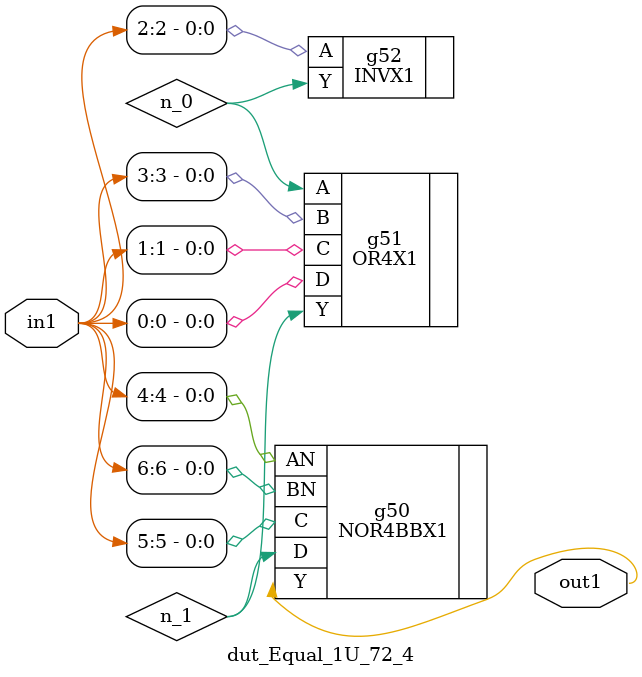
<source format=v>
`timescale 1ps / 1ps


module dut_Equal_1U_72_4(in1, out1);
  input [6:0] in1;
  output out1;
  wire [6:0] in1;
  wire out1;
  wire n_0, n_1;
  NOR4BBX1 g50(.AN (in1[4]), .BN (in1[6]), .C (in1[5]), .D (n_1), .Y
       (out1));
  OR4X1 g51(.A (n_0), .B (in1[3]), .C (in1[1]), .D (in1[0]), .Y (n_1));
  INVX1 g52(.A (in1[2]), .Y (n_0));
endmodule



</source>
